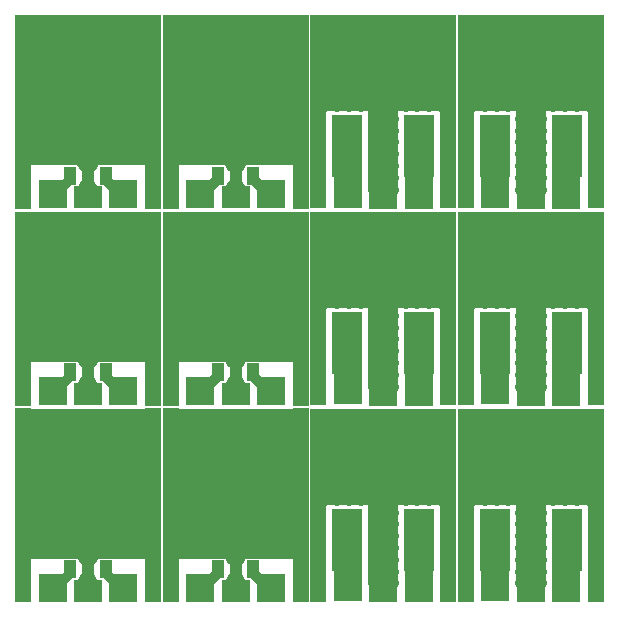
<source format=gts>
G04 #@! TF.FileFunction,Soldermask,Top*
%FSLAX46Y46*%
G04 Gerber Fmt 4.6, Leading zero omitted, Abs format (unit mm)*
G04 Created by KiCad (PCBNEW 4.0.1-stable) date 7/31/2016 2:21:32 PM*
%MOMM*%
G01*
G04 APERTURE LIST*
%ADD10C,0.100000*%
%ADD11C,0.900000*%
%ADD12R,1.400000X9.400000*%
%ADD13R,2.400000X3.200000*%
%ADD14R,2.560000X5.300000*%
%ADD15C,3.400000*%
%ADD16R,12.400000X8.200000*%
%ADD17R,2.660000X7.600000*%
%ADD18R,2.400000X2.000000*%
%ADD19R,11.000000X12.700000*%
%ADD20R,1.400000X16.400000*%
%ADD21R,1.100000X1.650000*%
%ADD22R,1.100000X1.900000*%
%ADD23R,2.300000X2.875000*%
%ADD24R,2.400000X2.400000*%
%ADD25R,2.400000X1.900000*%
G04 APERTURE END LIST*
D10*
D11*
X48650000Y-35334000D03*
X47650000Y-35334000D03*
X46650000Y-35334000D03*
X45650000Y-35334000D03*
X45650000Y-36334000D03*
X46650000Y-36334000D03*
X47650000Y-36334000D03*
X48650000Y-36334000D03*
X48650000Y-37334000D03*
X47650000Y-37334000D03*
X46650000Y-37334000D03*
X45650000Y-37334000D03*
X38850000Y-37334000D03*
X39850000Y-37334000D03*
X40850000Y-37334000D03*
X41850000Y-37334000D03*
X41850000Y-36334000D03*
X40850000Y-36334000D03*
X39850000Y-36334000D03*
X38850000Y-36334000D03*
X38850000Y-35334000D03*
X39850000Y-35334000D03*
X40850000Y-35334000D03*
X41850000Y-35334000D03*
X48650000Y-41334000D03*
X47650000Y-41334000D03*
X46650000Y-41334000D03*
X45650000Y-41334000D03*
X44650000Y-40334000D03*
X45650000Y-40334000D03*
X46650000Y-40334000D03*
X47650000Y-40334000D03*
X48650000Y-40334000D03*
X48650000Y-39334000D03*
X47650000Y-39334000D03*
X46650000Y-39334000D03*
X45650000Y-39334000D03*
X44650000Y-39334000D03*
X44650000Y-38334000D03*
X45650000Y-38334000D03*
X46650000Y-38334000D03*
X47650000Y-38334000D03*
X48650000Y-38334000D03*
X43750000Y-38834000D03*
X43750000Y-39834000D03*
X42850000Y-38334000D03*
X41850000Y-38334000D03*
X40850000Y-38334000D03*
X39850000Y-38334000D03*
X38850000Y-38334000D03*
X38850000Y-39334000D03*
X39850000Y-39334000D03*
X40850000Y-39334000D03*
X41850000Y-39334000D03*
X42850000Y-39334000D03*
X42850000Y-40334000D03*
X41850000Y-40334000D03*
X40850000Y-40334000D03*
X39850000Y-40334000D03*
X38850000Y-40334000D03*
X41850000Y-41334000D03*
X40850000Y-41334000D03*
X39850000Y-41334000D03*
X38850000Y-41334000D03*
X43750000Y-40834000D03*
X43750000Y-46834000D03*
X43750000Y-47834000D03*
X43750000Y-41834000D03*
X43750000Y-42834000D03*
X43750000Y-43834000D03*
X43750000Y-44834000D03*
X43750000Y-45834000D03*
X44650000Y-46334000D03*
X44650000Y-47334000D03*
X44650000Y-48334000D03*
X42850000Y-46334000D03*
X42850000Y-47334000D03*
X42850000Y-48334000D03*
X44650000Y-41334000D03*
X44650000Y-42334000D03*
X44650000Y-43334000D03*
X44650000Y-44334000D03*
X44650000Y-45334000D03*
X42850000Y-41334000D03*
X42850000Y-42334000D03*
X42850000Y-43334000D03*
X42850000Y-44334000D03*
X42850000Y-45334000D03*
D12*
X49250000Y-45234000D03*
X38250000Y-45234000D03*
D13*
X46750000Y-48334000D03*
D14*
X46800000Y-44634000D03*
D15*
X43750000Y-36734000D03*
D16*
X43750000Y-37634000D03*
D14*
X40700000Y-44634000D03*
D17*
X43750000Y-44634000D03*
D13*
X40750000Y-48234000D03*
D18*
X43750000Y-48934000D03*
D11*
X36150000Y-35334000D03*
X35150000Y-35334000D03*
X34150000Y-35334000D03*
X33150000Y-35334000D03*
X33150000Y-36334000D03*
X34150000Y-36334000D03*
X35150000Y-36334000D03*
X36150000Y-36334000D03*
X36150000Y-37334000D03*
X35150000Y-37334000D03*
X34150000Y-37334000D03*
X33150000Y-37334000D03*
X26350000Y-37334000D03*
X27350000Y-37334000D03*
X28350000Y-37334000D03*
X29350000Y-37334000D03*
X29350000Y-36334000D03*
X28350000Y-36334000D03*
X27350000Y-36334000D03*
X26350000Y-36334000D03*
X26350000Y-35334000D03*
X27350000Y-35334000D03*
X28350000Y-35334000D03*
X29350000Y-35334000D03*
X36150000Y-41334000D03*
X35150000Y-41334000D03*
X34150000Y-41334000D03*
X33150000Y-41334000D03*
X32150000Y-40334000D03*
X33150000Y-40334000D03*
X34150000Y-40334000D03*
X35150000Y-40334000D03*
X36150000Y-40334000D03*
X36150000Y-39334000D03*
X35150000Y-39334000D03*
X34150000Y-39334000D03*
X33150000Y-39334000D03*
X32150000Y-39334000D03*
X32150000Y-38334000D03*
X33150000Y-38334000D03*
X34150000Y-38334000D03*
X35150000Y-38334000D03*
X36150000Y-38334000D03*
X31250000Y-38834000D03*
X31250000Y-39834000D03*
X30350000Y-38334000D03*
X29350000Y-38334000D03*
X28350000Y-38334000D03*
X27350000Y-38334000D03*
X26350000Y-38334000D03*
X26350000Y-39334000D03*
X27350000Y-39334000D03*
X28350000Y-39334000D03*
X29350000Y-39334000D03*
X30350000Y-39334000D03*
X30350000Y-40334000D03*
X29350000Y-40334000D03*
X28350000Y-40334000D03*
X27350000Y-40334000D03*
X26350000Y-40334000D03*
X29350000Y-41334000D03*
X28350000Y-41334000D03*
X27350000Y-41334000D03*
X26350000Y-41334000D03*
X31250000Y-40834000D03*
X31250000Y-46834000D03*
X31250000Y-47834000D03*
X31250000Y-41834000D03*
X31250000Y-42834000D03*
X31250000Y-43834000D03*
X31250000Y-44834000D03*
X31250000Y-45834000D03*
X32150000Y-46334000D03*
X32150000Y-47334000D03*
X32150000Y-48334000D03*
X30350000Y-46334000D03*
X30350000Y-47334000D03*
X30350000Y-48334000D03*
X32150000Y-41334000D03*
X32150000Y-42334000D03*
X32150000Y-43334000D03*
X32150000Y-44334000D03*
X32150000Y-45334000D03*
X30350000Y-41334000D03*
X30350000Y-42334000D03*
X30350000Y-43334000D03*
X30350000Y-44334000D03*
X30350000Y-45334000D03*
D12*
X36750000Y-45234000D03*
X25750000Y-45234000D03*
D13*
X34250000Y-48334000D03*
D14*
X34300000Y-44634000D03*
D15*
X31250000Y-36734000D03*
D16*
X31250000Y-37634000D03*
D14*
X28200000Y-44634000D03*
D17*
X31250000Y-44634000D03*
D13*
X28250000Y-48234000D03*
D18*
X31250000Y-48934000D03*
D11*
X48650000Y-18667000D03*
X47650000Y-18667000D03*
X46650000Y-18667000D03*
X45650000Y-18667000D03*
X45650000Y-19667000D03*
X46650000Y-19667000D03*
X47650000Y-19667000D03*
X48650000Y-19667000D03*
X48650000Y-20667000D03*
X47650000Y-20667000D03*
X46650000Y-20667000D03*
X45650000Y-20667000D03*
X38850000Y-20667000D03*
X39850000Y-20667000D03*
X40850000Y-20667000D03*
X41850000Y-20667000D03*
X41850000Y-19667000D03*
X40850000Y-19667000D03*
X39850000Y-19667000D03*
X38850000Y-19667000D03*
X38850000Y-18667000D03*
X39850000Y-18667000D03*
X40850000Y-18667000D03*
X41850000Y-18667000D03*
X48650000Y-24667000D03*
X47650000Y-24667000D03*
X46650000Y-24667000D03*
X45650000Y-24667000D03*
X44650000Y-23667000D03*
X45650000Y-23667000D03*
X46650000Y-23667000D03*
X47650000Y-23667000D03*
X48650000Y-23667000D03*
X48650000Y-22667000D03*
X47650000Y-22667000D03*
X46650000Y-22667000D03*
X45650000Y-22667000D03*
X44650000Y-22667000D03*
X44650000Y-21667000D03*
X45650000Y-21667000D03*
X46650000Y-21667000D03*
X47650000Y-21667000D03*
X48650000Y-21667000D03*
X43750000Y-22167000D03*
X43750000Y-23167000D03*
X42850000Y-21667000D03*
X41850000Y-21667000D03*
X40850000Y-21667000D03*
X39850000Y-21667000D03*
X38850000Y-21667000D03*
X38850000Y-22667000D03*
X39850000Y-22667000D03*
X40850000Y-22667000D03*
X41850000Y-22667000D03*
X42850000Y-22667000D03*
X42850000Y-23667000D03*
X41850000Y-23667000D03*
X40850000Y-23667000D03*
X39850000Y-23667000D03*
X38850000Y-23667000D03*
X41850000Y-24667000D03*
X40850000Y-24667000D03*
X39850000Y-24667000D03*
X38850000Y-24667000D03*
X43750000Y-24167000D03*
X43750000Y-30167000D03*
X43750000Y-31167000D03*
X43750000Y-25167000D03*
X43750000Y-26167000D03*
X43750000Y-27167000D03*
X43750000Y-28167000D03*
X43750000Y-29167000D03*
X44650000Y-29667000D03*
X44650000Y-30667000D03*
X44650000Y-31667000D03*
X42850000Y-29667000D03*
X42850000Y-30667000D03*
X42850000Y-31667000D03*
X44650000Y-24667000D03*
X44650000Y-25667000D03*
X44650000Y-26667000D03*
X44650000Y-27667000D03*
X44650000Y-28667000D03*
X42850000Y-24667000D03*
X42850000Y-25667000D03*
X42850000Y-26667000D03*
X42850000Y-27667000D03*
X42850000Y-28667000D03*
D12*
X49250000Y-28567000D03*
X38250000Y-28567000D03*
D13*
X46750000Y-31667000D03*
D14*
X46800000Y-27967000D03*
D15*
X43750000Y-20067000D03*
D16*
X43750000Y-20967000D03*
D14*
X40700000Y-27967000D03*
D17*
X43750000Y-27967000D03*
D13*
X40750000Y-31567000D03*
D18*
X43750000Y-32267000D03*
D11*
X36150000Y-18667000D03*
X35150000Y-18667000D03*
X34150000Y-18667000D03*
X33150000Y-18667000D03*
X33150000Y-19667000D03*
X34150000Y-19667000D03*
X35150000Y-19667000D03*
X36150000Y-19667000D03*
X36150000Y-20667000D03*
X35150000Y-20667000D03*
X34150000Y-20667000D03*
X33150000Y-20667000D03*
X26350000Y-20667000D03*
X27350000Y-20667000D03*
X28350000Y-20667000D03*
X29350000Y-20667000D03*
X29350000Y-19667000D03*
X28350000Y-19667000D03*
X27350000Y-19667000D03*
X26350000Y-19667000D03*
X26350000Y-18667000D03*
X27350000Y-18667000D03*
X28350000Y-18667000D03*
X29350000Y-18667000D03*
X36150000Y-24667000D03*
X35150000Y-24667000D03*
X34150000Y-24667000D03*
X33150000Y-24667000D03*
X32150000Y-23667000D03*
X33150000Y-23667000D03*
X34150000Y-23667000D03*
X35150000Y-23667000D03*
X36150000Y-23667000D03*
X36150000Y-22667000D03*
X35150000Y-22667000D03*
X34150000Y-22667000D03*
X33150000Y-22667000D03*
X32150000Y-22667000D03*
X32150000Y-21667000D03*
X33150000Y-21667000D03*
X34150000Y-21667000D03*
X35150000Y-21667000D03*
X36150000Y-21667000D03*
X31250000Y-22167000D03*
X31250000Y-23167000D03*
X30350000Y-21667000D03*
X29350000Y-21667000D03*
X28350000Y-21667000D03*
X27350000Y-21667000D03*
X26350000Y-21667000D03*
X26350000Y-22667000D03*
X27350000Y-22667000D03*
X28350000Y-22667000D03*
X29350000Y-22667000D03*
X30350000Y-22667000D03*
X30350000Y-23667000D03*
X29350000Y-23667000D03*
X28350000Y-23667000D03*
X27350000Y-23667000D03*
X26350000Y-23667000D03*
X29350000Y-24667000D03*
X28350000Y-24667000D03*
X27350000Y-24667000D03*
X26350000Y-24667000D03*
X31250000Y-24167000D03*
X31250000Y-30167000D03*
X31250000Y-31167000D03*
X31250000Y-25167000D03*
X31250000Y-26167000D03*
X31250000Y-27167000D03*
X31250000Y-28167000D03*
X31250000Y-29167000D03*
X32150000Y-29667000D03*
X32150000Y-30667000D03*
X32150000Y-31667000D03*
X30350000Y-29667000D03*
X30350000Y-30667000D03*
X30350000Y-31667000D03*
X32150000Y-24667000D03*
X32150000Y-25667000D03*
X32150000Y-26667000D03*
X32150000Y-27667000D03*
X32150000Y-28667000D03*
X30350000Y-24667000D03*
X30350000Y-25667000D03*
X30350000Y-26667000D03*
X30350000Y-27667000D03*
X30350000Y-28667000D03*
D12*
X36750000Y-28567000D03*
X25750000Y-28567000D03*
D13*
X34250000Y-31667000D03*
D14*
X34300000Y-27967000D03*
D15*
X31250000Y-20067000D03*
D16*
X31250000Y-20967000D03*
D14*
X28200000Y-27967000D03*
D17*
X31250000Y-27967000D03*
D13*
X28250000Y-31567000D03*
D18*
X31250000Y-32267000D03*
D11*
X48650000Y-2000000D03*
X47650000Y-2000000D03*
X46650000Y-2000000D03*
X45650000Y-2000000D03*
X45650000Y-3000000D03*
X46650000Y-3000000D03*
X47650000Y-3000000D03*
X48650000Y-3000000D03*
X48650000Y-4000000D03*
X47650000Y-4000000D03*
X46650000Y-4000000D03*
X45650000Y-4000000D03*
X38850000Y-4000000D03*
X39850000Y-4000000D03*
X40850000Y-4000000D03*
X41850000Y-4000000D03*
X41850000Y-3000000D03*
X40850000Y-3000000D03*
X39850000Y-3000000D03*
X38850000Y-3000000D03*
X38850000Y-2000000D03*
X39850000Y-2000000D03*
X40850000Y-2000000D03*
X41850000Y-2000000D03*
X48650000Y-8000000D03*
X47650000Y-8000000D03*
X46650000Y-8000000D03*
X45650000Y-8000000D03*
X44650000Y-7000000D03*
X45650000Y-7000000D03*
X46650000Y-7000000D03*
X47650000Y-7000000D03*
X48650000Y-7000000D03*
X48650000Y-6000000D03*
X47650000Y-6000000D03*
X46650000Y-6000000D03*
X45650000Y-6000000D03*
X44650000Y-6000000D03*
X44650000Y-5000000D03*
X45650000Y-5000000D03*
X46650000Y-5000000D03*
X47650000Y-5000000D03*
X48650000Y-5000000D03*
X43750000Y-5500000D03*
X43750000Y-6500000D03*
X42850000Y-5000000D03*
X41850000Y-5000000D03*
X40850000Y-5000000D03*
X39850000Y-5000000D03*
X38850000Y-5000000D03*
X38850000Y-6000000D03*
X39850000Y-6000000D03*
X40850000Y-6000000D03*
X41850000Y-6000000D03*
X42850000Y-6000000D03*
X42850000Y-7000000D03*
X41850000Y-7000000D03*
X40850000Y-7000000D03*
X39850000Y-7000000D03*
X38850000Y-7000000D03*
X41850000Y-8000000D03*
X40850000Y-8000000D03*
X39850000Y-8000000D03*
X38850000Y-8000000D03*
X43750000Y-7500000D03*
X43750000Y-13500000D03*
X43750000Y-14500000D03*
X43750000Y-8500000D03*
X43750000Y-9500000D03*
X43750000Y-10500000D03*
X43750000Y-11500000D03*
X43750000Y-12500000D03*
X44650000Y-13000000D03*
X44650000Y-14000000D03*
X44650000Y-15000000D03*
X42850000Y-13000000D03*
X42850000Y-14000000D03*
X42850000Y-15000000D03*
X44650000Y-8000000D03*
X44650000Y-9000000D03*
X44650000Y-10000000D03*
X44650000Y-11000000D03*
X44650000Y-12000000D03*
X42850000Y-8000000D03*
X42850000Y-9000000D03*
X42850000Y-10000000D03*
X42850000Y-11000000D03*
X42850000Y-12000000D03*
D12*
X49250000Y-11900000D03*
X38250000Y-11900000D03*
D13*
X46750000Y-15000000D03*
D14*
X46800000Y-11300000D03*
D15*
X43750000Y-3400000D03*
D16*
X43750000Y-4300000D03*
D14*
X40700000Y-11300000D03*
D17*
X43750000Y-11300000D03*
D13*
X40750000Y-14900000D03*
D18*
X43750000Y-15600000D03*
D11*
X36150000Y-2000000D03*
X35150000Y-2000000D03*
X34150000Y-2000000D03*
X33150000Y-2000000D03*
X33150000Y-3000000D03*
X34150000Y-3000000D03*
X35150000Y-3000000D03*
X36150000Y-3000000D03*
X36150000Y-4000000D03*
X35150000Y-4000000D03*
X34150000Y-4000000D03*
X33150000Y-4000000D03*
X26350000Y-4000000D03*
X27350000Y-4000000D03*
X28350000Y-4000000D03*
X29350000Y-4000000D03*
X29350000Y-3000000D03*
X28350000Y-3000000D03*
X27350000Y-3000000D03*
X26350000Y-3000000D03*
X26350000Y-2000000D03*
X27350000Y-2000000D03*
X28350000Y-2000000D03*
X29350000Y-2000000D03*
X36150000Y-8000000D03*
X35150000Y-8000000D03*
X34150000Y-8000000D03*
X33150000Y-8000000D03*
X32150000Y-7000000D03*
X33150000Y-7000000D03*
X34150000Y-7000000D03*
X35150000Y-7000000D03*
X36150000Y-7000000D03*
X36150000Y-6000000D03*
X35150000Y-6000000D03*
X34150000Y-6000000D03*
X33150000Y-6000000D03*
X32150000Y-6000000D03*
X32150000Y-5000000D03*
X33150000Y-5000000D03*
X34150000Y-5000000D03*
X35150000Y-5000000D03*
X36150000Y-5000000D03*
X31250000Y-5500000D03*
X31250000Y-6500000D03*
X30350000Y-5000000D03*
X29350000Y-5000000D03*
X28350000Y-5000000D03*
X27350000Y-5000000D03*
X26350000Y-5000000D03*
X26350000Y-6000000D03*
X27350000Y-6000000D03*
X28350000Y-6000000D03*
X29350000Y-6000000D03*
X30350000Y-6000000D03*
X30350000Y-7000000D03*
X29350000Y-7000000D03*
X28350000Y-7000000D03*
X27350000Y-7000000D03*
X26350000Y-7000000D03*
X29350000Y-8000000D03*
X28350000Y-8000000D03*
X27350000Y-8000000D03*
X26350000Y-8000000D03*
X31250000Y-7500000D03*
X31250000Y-13500000D03*
X31250000Y-14500000D03*
X31250000Y-8500000D03*
X31250000Y-9500000D03*
X31250000Y-10500000D03*
X31250000Y-11500000D03*
X31250000Y-12500000D03*
X32150000Y-13000000D03*
X32150000Y-14000000D03*
X32150000Y-15000000D03*
X30350000Y-13000000D03*
X30350000Y-14000000D03*
X30350000Y-15000000D03*
X32150000Y-8000000D03*
X32150000Y-9000000D03*
X32150000Y-10000000D03*
X32150000Y-11000000D03*
X32150000Y-12000000D03*
X30350000Y-8000000D03*
X30350000Y-9000000D03*
X30350000Y-10000000D03*
X30350000Y-11000000D03*
X30350000Y-12000000D03*
D12*
X36750000Y-11900000D03*
X25750000Y-11900000D03*
D13*
X34250000Y-15000000D03*
D14*
X34300000Y-11300000D03*
D15*
X31250000Y-3400000D03*
D16*
X31250000Y-4300000D03*
D14*
X28200000Y-11300000D03*
D17*
X31250000Y-11300000D03*
D13*
X28250000Y-14900000D03*
D18*
X31250000Y-15600000D03*
D19*
X6250000Y-6550000D03*
D11*
X10950000Y-2500000D03*
X9950000Y-2500000D03*
X8950000Y-2500000D03*
X7950000Y-2500000D03*
X7950000Y-3500000D03*
X8950000Y-3500000D03*
X9950000Y-3500000D03*
X10950000Y-3500000D03*
X10950000Y-4500000D03*
X9950000Y-4500000D03*
X8950000Y-4500000D03*
X7950000Y-4500000D03*
X1550000Y-4500000D03*
X2550000Y-4500000D03*
X3550000Y-4500000D03*
X4550000Y-4500000D03*
X4550000Y-3500000D03*
X3550000Y-3500000D03*
X2550000Y-3500000D03*
X1550000Y-3500000D03*
X1550000Y-2500000D03*
X2550000Y-2500000D03*
X3550000Y-2500000D03*
X4550000Y-2500000D03*
X6250000Y-9000000D03*
X6950000Y-6500000D03*
X6950000Y-7500000D03*
X6950000Y-8500000D03*
X5550000Y-8500000D03*
X5550000Y-7500000D03*
X5550000Y-6500000D03*
D20*
X11750000Y-8400000D03*
D11*
X6250000Y-13000000D03*
X6250000Y-10000000D03*
X6250000Y-12000000D03*
X6250000Y-11000000D03*
X4550000Y-12500000D03*
X3550000Y-12500000D03*
X2550000Y-12500000D03*
X1550000Y-12500000D03*
X6950000Y-12500000D03*
X5550000Y-12500000D03*
X6950000Y-11500000D03*
X6950000Y-9500000D03*
X5550000Y-9500000D03*
X5550000Y-5500000D03*
X6950000Y-5500000D03*
X10950000Y-12500000D03*
X9950000Y-12500000D03*
X8950000Y-12500000D03*
X7950000Y-12500000D03*
X7950000Y-11500000D03*
X8950000Y-11500000D03*
X9950000Y-11500000D03*
X10950000Y-11500000D03*
X10950000Y-10500000D03*
X9950000Y-10500000D03*
X8950000Y-10500000D03*
X7950000Y-10500000D03*
X7950000Y-9500000D03*
X8950000Y-9500000D03*
X9950000Y-9500000D03*
X10950000Y-9500000D03*
X10950000Y-8500000D03*
X9950000Y-8500000D03*
X8950000Y-8500000D03*
X7950000Y-8500000D03*
X7950000Y-7500000D03*
X8950000Y-7500000D03*
X9950000Y-7500000D03*
X10950000Y-7500000D03*
X10950000Y-6500000D03*
X9950000Y-6500000D03*
X8950000Y-6500000D03*
X7950000Y-6500000D03*
X7950000Y-5500000D03*
X8950000Y-5500000D03*
X9950000Y-5500000D03*
X10950000Y-5500000D03*
X4550000Y-5500000D03*
X3550000Y-5500000D03*
X2550000Y-5500000D03*
X1550000Y-5500000D03*
X1550000Y-6500000D03*
X2550000Y-6500000D03*
X3550000Y-6500000D03*
X4550000Y-6500000D03*
X4550000Y-7500000D03*
X3550000Y-7500000D03*
X2550000Y-7500000D03*
X1550000Y-7500000D03*
X1550000Y-8500000D03*
X2550000Y-8500000D03*
X3550000Y-8500000D03*
X4550000Y-8500000D03*
X4550000Y-9500000D03*
X3550000Y-9500000D03*
X2550000Y-9500000D03*
X1550000Y-9500000D03*
X1550000Y-10500000D03*
X2550000Y-10500000D03*
X3550000Y-10500000D03*
X4550000Y-10500000D03*
X4550000Y-11500000D03*
X3550000Y-11500000D03*
X2550000Y-11500000D03*
X1550000Y-11500000D03*
X6950000Y-10500000D03*
X5550000Y-11500000D03*
D21*
X4750000Y-13800000D03*
D22*
X6250000Y-13800000D03*
D21*
X7750000Y-13800000D03*
D10*
G36*
X7400000Y-12450000D02*
X6875000Y-13375000D01*
X5625000Y-13375000D01*
X5100000Y-12450000D01*
X7400000Y-12450000D01*
X7400000Y-12450000D01*
G37*
D23*
X6250000Y-11412500D03*
D11*
X5550000Y-10500000D03*
D24*
X3250000Y-15400000D03*
D10*
G36*
X5200000Y-15130000D02*
X5700000Y-14230000D01*
X6800000Y-14230000D01*
X7300000Y-15130000D01*
X5200000Y-15130000D01*
X5200000Y-15130000D01*
G37*
D25*
X6250000Y-15650000D03*
D24*
X9250000Y-15400000D03*
D10*
G36*
X4173223Y-15313173D02*
X3536827Y-14676777D01*
X4526777Y-13686827D01*
X5163173Y-14323223D01*
X4173223Y-15313173D01*
X4173223Y-15313173D01*
G37*
G36*
X8326777Y-15313173D02*
X7336827Y-14323223D01*
X7973223Y-13686827D01*
X8963173Y-14676777D01*
X8326777Y-15313173D01*
X8326777Y-15313173D01*
G37*
D15*
X6250000Y-3400000D03*
D20*
X750000Y-8400000D03*
D19*
X18750000Y-6550000D03*
D11*
X23450000Y-2500000D03*
X22450000Y-2500000D03*
X21450000Y-2500000D03*
X20450000Y-2500000D03*
X20450000Y-3500000D03*
X21450000Y-3500000D03*
X22450000Y-3500000D03*
X23450000Y-3500000D03*
X23450000Y-4500000D03*
X22450000Y-4500000D03*
X21450000Y-4500000D03*
X20450000Y-4500000D03*
X14050000Y-4500000D03*
X15050000Y-4500000D03*
X16050000Y-4500000D03*
X17050000Y-4500000D03*
X17050000Y-3500000D03*
X16050000Y-3500000D03*
X15050000Y-3500000D03*
X14050000Y-3500000D03*
X14050000Y-2500000D03*
X15050000Y-2500000D03*
X16050000Y-2500000D03*
X17050000Y-2500000D03*
X18750000Y-9000000D03*
X19450000Y-6500000D03*
X19450000Y-7500000D03*
X19450000Y-8500000D03*
X18050000Y-8500000D03*
X18050000Y-7500000D03*
X18050000Y-6500000D03*
D20*
X24250000Y-8400000D03*
D11*
X18750000Y-13000000D03*
X18750000Y-10000000D03*
X18750000Y-12000000D03*
X18750000Y-11000000D03*
X17050000Y-12500000D03*
X16050000Y-12500000D03*
X15050000Y-12500000D03*
X14050000Y-12500000D03*
X19450000Y-12500000D03*
X18050000Y-12500000D03*
X19450000Y-11500000D03*
X19450000Y-9500000D03*
X18050000Y-9500000D03*
X18050000Y-5500000D03*
X19450000Y-5500000D03*
X23450000Y-12500000D03*
X22450000Y-12500000D03*
X21450000Y-12500000D03*
X20450000Y-12500000D03*
X20450000Y-11500000D03*
X21450000Y-11500000D03*
X22450000Y-11500000D03*
X23450000Y-11500000D03*
X23450000Y-10500000D03*
X22450000Y-10500000D03*
X21450000Y-10500000D03*
X20450000Y-10500000D03*
X20450000Y-9500000D03*
X21450000Y-9500000D03*
X22450000Y-9500000D03*
X23450000Y-9500000D03*
X23450000Y-8500000D03*
X22450000Y-8500000D03*
X21450000Y-8500000D03*
X20450000Y-8500000D03*
X20450000Y-7500000D03*
X21450000Y-7500000D03*
X22450000Y-7500000D03*
X23450000Y-7500000D03*
X23450000Y-6500000D03*
X22450000Y-6500000D03*
X21450000Y-6500000D03*
X20450000Y-6500000D03*
X20450000Y-5500000D03*
X21450000Y-5500000D03*
X22450000Y-5500000D03*
X23450000Y-5500000D03*
X17050000Y-5500000D03*
X16050000Y-5500000D03*
X15050000Y-5500000D03*
X14050000Y-5500000D03*
X14050000Y-6500000D03*
X15050000Y-6500000D03*
X16050000Y-6500000D03*
X17050000Y-6500000D03*
X17050000Y-7500000D03*
X16050000Y-7500000D03*
X15050000Y-7500000D03*
X14050000Y-7500000D03*
X14050000Y-8500000D03*
X15050000Y-8500000D03*
X16050000Y-8500000D03*
X17050000Y-8500000D03*
X17050000Y-9500000D03*
X16050000Y-9500000D03*
X15050000Y-9500000D03*
X14050000Y-9500000D03*
X14050000Y-10500000D03*
X15050000Y-10500000D03*
X16050000Y-10500000D03*
X17050000Y-10500000D03*
X17050000Y-11500000D03*
X16050000Y-11500000D03*
X15050000Y-11500000D03*
X14050000Y-11500000D03*
X19450000Y-10500000D03*
X18050000Y-11500000D03*
D21*
X17250000Y-13800000D03*
D22*
X18750000Y-13800000D03*
D21*
X20250000Y-13800000D03*
D10*
G36*
X19900000Y-12450000D02*
X19375000Y-13375000D01*
X18125000Y-13375000D01*
X17600000Y-12450000D01*
X19900000Y-12450000D01*
X19900000Y-12450000D01*
G37*
D23*
X18750000Y-11412500D03*
D11*
X18050000Y-10500000D03*
D24*
X15750000Y-15400000D03*
D10*
G36*
X17700000Y-15130000D02*
X18200000Y-14230000D01*
X19300000Y-14230000D01*
X19800000Y-15130000D01*
X17700000Y-15130000D01*
X17700000Y-15130000D01*
G37*
D25*
X18750000Y-15650000D03*
D24*
X21750000Y-15400000D03*
D10*
G36*
X16673223Y-15313173D02*
X16036827Y-14676777D01*
X17026777Y-13686827D01*
X17663173Y-14323223D01*
X16673223Y-15313173D01*
X16673223Y-15313173D01*
G37*
G36*
X20826777Y-15313173D02*
X19836827Y-14323223D01*
X20473223Y-13686827D01*
X21463173Y-14676777D01*
X20826777Y-15313173D01*
X20826777Y-15313173D01*
G37*
D15*
X18750000Y-3400000D03*
D20*
X13250000Y-8400000D03*
D19*
X6250000Y-23217000D03*
D11*
X10950000Y-19167000D03*
X9950000Y-19167000D03*
X8950000Y-19167000D03*
X7950000Y-19167000D03*
X7950000Y-20167000D03*
X8950000Y-20167000D03*
X9950000Y-20167000D03*
X10950000Y-20167000D03*
X10950000Y-21167000D03*
X9950000Y-21167000D03*
X8950000Y-21167000D03*
X7950000Y-21167000D03*
X1550000Y-21167000D03*
X2550000Y-21167000D03*
X3550000Y-21167000D03*
X4550000Y-21167000D03*
X4550000Y-20167000D03*
X3550000Y-20167000D03*
X2550000Y-20167000D03*
X1550000Y-20167000D03*
X1550000Y-19167000D03*
X2550000Y-19167000D03*
X3550000Y-19167000D03*
X4550000Y-19167000D03*
X6250000Y-25667000D03*
X6950000Y-23167000D03*
X6950000Y-24167000D03*
X6950000Y-25167000D03*
X5550000Y-25167000D03*
X5550000Y-24167000D03*
X5550000Y-23167000D03*
D20*
X11750000Y-25067000D03*
D11*
X6250000Y-29667000D03*
X6250000Y-26667000D03*
X6250000Y-28667000D03*
X6250000Y-27667000D03*
X4550000Y-29167000D03*
X3550000Y-29167000D03*
X2550000Y-29167000D03*
X1550000Y-29167000D03*
X6950000Y-29167000D03*
X5550000Y-29167000D03*
X6950000Y-28167000D03*
X6950000Y-26167000D03*
X5550000Y-26167000D03*
X5550000Y-22167000D03*
X6950000Y-22167000D03*
X10950000Y-29167000D03*
X9950000Y-29167000D03*
X8950000Y-29167000D03*
X7950000Y-29167000D03*
X7950000Y-28167000D03*
X8950000Y-28167000D03*
X9950000Y-28167000D03*
X10950000Y-28167000D03*
X10950000Y-27167000D03*
X9950000Y-27167000D03*
X8950000Y-27167000D03*
X7950000Y-27167000D03*
X7950000Y-26167000D03*
X8950000Y-26167000D03*
X9950000Y-26167000D03*
X10950000Y-26167000D03*
X10950000Y-25167000D03*
X9950000Y-25167000D03*
X8950000Y-25167000D03*
X7950000Y-25167000D03*
X7950000Y-24167000D03*
X8950000Y-24167000D03*
X9950000Y-24167000D03*
X10950000Y-24167000D03*
X10950000Y-23167000D03*
X9950000Y-23167000D03*
X8950000Y-23167000D03*
X7950000Y-23167000D03*
X7950000Y-22167000D03*
X8950000Y-22167000D03*
X9950000Y-22167000D03*
X10950000Y-22167000D03*
X4550000Y-22167000D03*
X3550000Y-22167000D03*
X2550000Y-22167000D03*
X1550000Y-22167000D03*
X1550000Y-23167000D03*
X2550000Y-23167000D03*
X3550000Y-23167000D03*
X4550000Y-23167000D03*
X4550000Y-24167000D03*
X3550000Y-24167000D03*
X2550000Y-24167000D03*
X1550000Y-24167000D03*
X1550000Y-25167000D03*
X2550000Y-25167000D03*
X3550000Y-25167000D03*
X4550000Y-25167000D03*
X4550000Y-26167000D03*
X3550000Y-26167000D03*
X2550000Y-26167000D03*
X1550000Y-26167000D03*
X1550000Y-27167000D03*
X2550000Y-27167000D03*
X3550000Y-27167000D03*
X4550000Y-27167000D03*
X4550000Y-28167000D03*
X3550000Y-28167000D03*
X2550000Y-28167000D03*
X1550000Y-28167000D03*
X6950000Y-27167000D03*
X5550000Y-28167000D03*
D21*
X4750000Y-30467000D03*
D22*
X6250000Y-30467000D03*
D21*
X7750000Y-30467000D03*
D10*
G36*
X7400000Y-29117000D02*
X6875000Y-30042000D01*
X5625000Y-30042000D01*
X5100000Y-29117000D01*
X7400000Y-29117000D01*
X7400000Y-29117000D01*
G37*
D23*
X6250000Y-28079500D03*
D11*
X5550000Y-27167000D03*
D24*
X3250000Y-32067000D03*
D10*
G36*
X5200000Y-31797000D02*
X5700000Y-30897000D01*
X6800000Y-30897000D01*
X7300000Y-31797000D01*
X5200000Y-31797000D01*
X5200000Y-31797000D01*
G37*
D25*
X6250000Y-32317000D03*
D24*
X9250000Y-32067000D03*
D10*
G36*
X4173223Y-31980173D02*
X3536827Y-31343777D01*
X4526777Y-30353827D01*
X5163173Y-30990223D01*
X4173223Y-31980173D01*
X4173223Y-31980173D01*
G37*
G36*
X8326777Y-31980173D02*
X7336827Y-30990223D01*
X7973223Y-30353827D01*
X8963173Y-31343777D01*
X8326777Y-31980173D01*
X8326777Y-31980173D01*
G37*
D15*
X6250000Y-20067000D03*
D20*
X750000Y-25067000D03*
D19*
X18750000Y-23217000D03*
D11*
X23450000Y-19167000D03*
X22450000Y-19167000D03*
X21450000Y-19167000D03*
X20450000Y-19167000D03*
X20450000Y-20167000D03*
X21450000Y-20167000D03*
X22450000Y-20167000D03*
X23450000Y-20167000D03*
X23450000Y-21167000D03*
X22450000Y-21167000D03*
X21450000Y-21167000D03*
X20450000Y-21167000D03*
X14050000Y-21167000D03*
X15050000Y-21167000D03*
X16050000Y-21167000D03*
X17050000Y-21167000D03*
X17050000Y-20167000D03*
X16050000Y-20167000D03*
X15050000Y-20167000D03*
X14050000Y-20167000D03*
X14050000Y-19167000D03*
X15050000Y-19167000D03*
X16050000Y-19167000D03*
X17050000Y-19167000D03*
X18750000Y-25667000D03*
X19450000Y-23167000D03*
X19450000Y-24167000D03*
X19450000Y-25167000D03*
X18050000Y-25167000D03*
X18050000Y-24167000D03*
X18050000Y-23167000D03*
D20*
X24250000Y-25067000D03*
D11*
X18750000Y-29667000D03*
X18750000Y-26667000D03*
X18750000Y-28667000D03*
X18750000Y-27667000D03*
X17050000Y-29167000D03*
X16050000Y-29167000D03*
X15050000Y-29167000D03*
X14050000Y-29167000D03*
X19450000Y-29167000D03*
X18050000Y-29167000D03*
X19450000Y-28167000D03*
X19450000Y-26167000D03*
X18050000Y-26167000D03*
X18050000Y-22167000D03*
X19450000Y-22167000D03*
X23450000Y-29167000D03*
X22450000Y-29167000D03*
X21450000Y-29167000D03*
X20450000Y-29167000D03*
X20450000Y-28167000D03*
X21450000Y-28167000D03*
X22450000Y-28167000D03*
X23450000Y-28167000D03*
X23450000Y-27167000D03*
X22450000Y-27167000D03*
X21450000Y-27167000D03*
X20450000Y-27167000D03*
X20450000Y-26167000D03*
X21450000Y-26167000D03*
X22450000Y-26167000D03*
X23450000Y-26167000D03*
X23450000Y-25167000D03*
X22450000Y-25167000D03*
X21450000Y-25167000D03*
X20450000Y-25167000D03*
X20450000Y-24167000D03*
X21450000Y-24167000D03*
X22450000Y-24167000D03*
X23450000Y-24167000D03*
X23450000Y-23167000D03*
X22450000Y-23167000D03*
X21450000Y-23167000D03*
X20450000Y-23167000D03*
X20450000Y-22167000D03*
X21450000Y-22167000D03*
X22450000Y-22167000D03*
X23450000Y-22167000D03*
X17050000Y-22167000D03*
X16050000Y-22167000D03*
X15050000Y-22167000D03*
X14050000Y-22167000D03*
X14050000Y-23167000D03*
X15050000Y-23167000D03*
X16050000Y-23167000D03*
X17050000Y-23167000D03*
X17050000Y-24167000D03*
X16050000Y-24167000D03*
X15050000Y-24167000D03*
X14050000Y-24167000D03*
X14050000Y-25167000D03*
X15050000Y-25167000D03*
X16050000Y-25167000D03*
X17050000Y-25167000D03*
X17050000Y-26167000D03*
X16050000Y-26167000D03*
X15050000Y-26167000D03*
X14050000Y-26167000D03*
X14050000Y-27167000D03*
X15050000Y-27167000D03*
X16050000Y-27167000D03*
X17050000Y-27167000D03*
X17050000Y-28167000D03*
X16050000Y-28167000D03*
X15050000Y-28167000D03*
X14050000Y-28167000D03*
X19450000Y-27167000D03*
X18050000Y-28167000D03*
D21*
X17250000Y-30467000D03*
D22*
X18750000Y-30467000D03*
D21*
X20250000Y-30467000D03*
D10*
G36*
X19900000Y-29117000D02*
X19375000Y-30042000D01*
X18125000Y-30042000D01*
X17600000Y-29117000D01*
X19900000Y-29117000D01*
X19900000Y-29117000D01*
G37*
D23*
X18750000Y-28079500D03*
D11*
X18050000Y-27167000D03*
D24*
X15750000Y-32067000D03*
D10*
G36*
X17700000Y-31797000D02*
X18200000Y-30897000D01*
X19300000Y-30897000D01*
X19800000Y-31797000D01*
X17700000Y-31797000D01*
X17700000Y-31797000D01*
G37*
D25*
X18750000Y-32317000D03*
D24*
X21750000Y-32067000D03*
D10*
G36*
X16673223Y-31980173D02*
X16036827Y-31343777D01*
X17026777Y-30353827D01*
X17663173Y-30990223D01*
X16673223Y-31980173D01*
X16673223Y-31980173D01*
G37*
G36*
X20826777Y-31980173D02*
X19836827Y-30990223D01*
X20473223Y-30353827D01*
X21463173Y-31343777D01*
X20826777Y-31980173D01*
X20826777Y-31980173D01*
G37*
D15*
X18750000Y-20067000D03*
D20*
X13250000Y-25067000D03*
D19*
X6250000Y-39884000D03*
D11*
X10950000Y-35834000D03*
X9950000Y-35834000D03*
X8950000Y-35834000D03*
X7950000Y-35834000D03*
X7950000Y-36834000D03*
X8950000Y-36834000D03*
X9950000Y-36834000D03*
X10950000Y-36834000D03*
X10950000Y-37834000D03*
X9950000Y-37834000D03*
X8950000Y-37834000D03*
X7950000Y-37834000D03*
X1550000Y-37834000D03*
X2550000Y-37834000D03*
X3550000Y-37834000D03*
X4550000Y-37834000D03*
X4550000Y-36834000D03*
X3550000Y-36834000D03*
X2550000Y-36834000D03*
X1550000Y-36834000D03*
X1550000Y-35834000D03*
X2550000Y-35834000D03*
X3550000Y-35834000D03*
X4550000Y-35834000D03*
X6250000Y-42334000D03*
X6950000Y-39834000D03*
X6950000Y-40834000D03*
X6950000Y-41834000D03*
X5550000Y-41834000D03*
X5550000Y-40834000D03*
X5550000Y-39834000D03*
D20*
X11750000Y-41734000D03*
D11*
X6250000Y-46334000D03*
X6250000Y-43334000D03*
X6250000Y-45334000D03*
X6250000Y-44334000D03*
X4550000Y-45834000D03*
X3550000Y-45834000D03*
X2550000Y-45834000D03*
X1550000Y-45834000D03*
X6950000Y-45834000D03*
X5550000Y-45834000D03*
X6950000Y-44834000D03*
X6950000Y-42834000D03*
X5550000Y-42834000D03*
X5550000Y-38834000D03*
X6950000Y-38834000D03*
X10950000Y-45834000D03*
X9950000Y-45834000D03*
X8950000Y-45834000D03*
X7950000Y-45834000D03*
X7950000Y-44834000D03*
X8950000Y-44834000D03*
X9950000Y-44834000D03*
X10950000Y-44834000D03*
X10950000Y-43834000D03*
X9950000Y-43834000D03*
X8950000Y-43834000D03*
X7950000Y-43834000D03*
X7950000Y-42834000D03*
X8950000Y-42834000D03*
X9950000Y-42834000D03*
X10950000Y-42834000D03*
X10950000Y-41834000D03*
X9950000Y-41834000D03*
X8950000Y-41834000D03*
X7950000Y-41834000D03*
X7950000Y-40834000D03*
X8950000Y-40834000D03*
X9950000Y-40834000D03*
X10950000Y-40834000D03*
X10950000Y-39834000D03*
X9950000Y-39834000D03*
X8950000Y-39834000D03*
X7950000Y-39834000D03*
X7950000Y-38834000D03*
X8950000Y-38834000D03*
X9950000Y-38834000D03*
X10950000Y-38834000D03*
X4550000Y-38834000D03*
X3550000Y-38834000D03*
X2550000Y-38834000D03*
X1550000Y-38834000D03*
X1550000Y-39834000D03*
X2550000Y-39834000D03*
X3550000Y-39834000D03*
X4550000Y-39834000D03*
X4550000Y-40834000D03*
X3550000Y-40834000D03*
X2550000Y-40834000D03*
X1550000Y-40834000D03*
X1550000Y-41834000D03*
X2550000Y-41834000D03*
X3550000Y-41834000D03*
X4550000Y-41834000D03*
X4550000Y-42834000D03*
X3550000Y-42834000D03*
X2550000Y-42834000D03*
X1550000Y-42834000D03*
X1550000Y-43834000D03*
X2550000Y-43834000D03*
X3550000Y-43834000D03*
X4550000Y-43834000D03*
X4550000Y-44834000D03*
X3550000Y-44834000D03*
X2550000Y-44834000D03*
X1550000Y-44834000D03*
X6950000Y-43834000D03*
X5550000Y-44834000D03*
D21*
X4750000Y-47134000D03*
D22*
X6250000Y-47134000D03*
D21*
X7750000Y-47134000D03*
D10*
G36*
X7400000Y-45784000D02*
X6875000Y-46709000D01*
X5625000Y-46709000D01*
X5100000Y-45784000D01*
X7400000Y-45784000D01*
X7400000Y-45784000D01*
G37*
D23*
X6250000Y-44746500D03*
D11*
X5550000Y-43834000D03*
D24*
X3250000Y-48734000D03*
D10*
G36*
X5200000Y-48464000D02*
X5700000Y-47564000D01*
X6800000Y-47564000D01*
X7300000Y-48464000D01*
X5200000Y-48464000D01*
X5200000Y-48464000D01*
G37*
D25*
X6250000Y-48984000D03*
D24*
X9250000Y-48734000D03*
D10*
G36*
X4173223Y-48647173D02*
X3536827Y-48010777D01*
X4526777Y-47020827D01*
X5163173Y-47657223D01*
X4173223Y-48647173D01*
X4173223Y-48647173D01*
G37*
G36*
X8326777Y-48647173D02*
X7336827Y-47657223D01*
X7973223Y-47020827D01*
X8963173Y-48010777D01*
X8326777Y-48647173D01*
X8326777Y-48647173D01*
G37*
D15*
X6250000Y-36734000D03*
D20*
X750000Y-41734000D03*
D19*
X18750000Y-39884000D03*
D11*
X23450000Y-35834000D03*
X22450000Y-35834000D03*
X21450000Y-35834000D03*
X20450000Y-35834000D03*
X20450000Y-36834000D03*
X21450000Y-36834000D03*
X22450000Y-36834000D03*
X23450000Y-36834000D03*
X23450000Y-37834000D03*
X22450000Y-37834000D03*
X21450000Y-37834000D03*
X20450000Y-37834000D03*
X14050000Y-37834000D03*
X15050000Y-37834000D03*
X16050000Y-37834000D03*
X17050000Y-37834000D03*
X17050000Y-36834000D03*
X16050000Y-36834000D03*
X15050000Y-36834000D03*
X14050000Y-36834000D03*
X14050000Y-35834000D03*
X15050000Y-35834000D03*
X16050000Y-35834000D03*
X17050000Y-35834000D03*
X18750000Y-42334000D03*
X19450000Y-39834000D03*
X19450000Y-40834000D03*
X19450000Y-41834000D03*
X18050000Y-41834000D03*
X18050000Y-40834000D03*
X18050000Y-39834000D03*
D20*
X24250000Y-41734000D03*
D11*
X18750000Y-46334000D03*
X18750000Y-43334000D03*
X18750000Y-45334000D03*
X18750000Y-44334000D03*
X17050000Y-45834000D03*
X16050000Y-45834000D03*
X15050000Y-45834000D03*
X14050000Y-45834000D03*
X19450000Y-45834000D03*
X18050000Y-45834000D03*
X19450000Y-44834000D03*
X19450000Y-42834000D03*
X18050000Y-42834000D03*
X18050000Y-38834000D03*
X19450000Y-38834000D03*
X23450000Y-45834000D03*
X22450000Y-45834000D03*
X21450000Y-45834000D03*
X20450000Y-45834000D03*
X20450000Y-44834000D03*
X21450000Y-44834000D03*
X22450000Y-44834000D03*
X23450000Y-44834000D03*
X23450000Y-43834000D03*
X22450000Y-43834000D03*
X21450000Y-43834000D03*
X20450000Y-43834000D03*
X20450000Y-42834000D03*
X21450000Y-42834000D03*
X22450000Y-42834000D03*
X23450000Y-42834000D03*
X23450000Y-41834000D03*
X22450000Y-41834000D03*
X21450000Y-41834000D03*
X20450000Y-41834000D03*
X20450000Y-40834000D03*
X21450000Y-40834000D03*
X22450000Y-40834000D03*
X23450000Y-40834000D03*
X23450000Y-39834000D03*
X22450000Y-39834000D03*
X21450000Y-39834000D03*
X20450000Y-39834000D03*
X20450000Y-38834000D03*
X21450000Y-38834000D03*
X22450000Y-38834000D03*
X23450000Y-38834000D03*
X17050000Y-38834000D03*
X16050000Y-38834000D03*
X15050000Y-38834000D03*
X14050000Y-38834000D03*
X14050000Y-39834000D03*
X15050000Y-39834000D03*
X16050000Y-39834000D03*
X17050000Y-39834000D03*
X17050000Y-40834000D03*
X16050000Y-40834000D03*
X15050000Y-40834000D03*
X14050000Y-40834000D03*
X14050000Y-41834000D03*
X15050000Y-41834000D03*
X16050000Y-41834000D03*
X17050000Y-41834000D03*
X17050000Y-42834000D03*
X16050000Y-42834000D03*
X15050000Y-42834000D03*
X14050000Y-42834000D03*
X14050000Y-43834000D03*
X15050000Y-43834000D03*
X16050000Y-43834000D03*
X17050000Y-43834000D03*
X17050000Y-44834000D03*
X16050000Y-44834000D03*
X15050000Y-44834000D03*
X14050000Y-44834000D03*
X19450000Y-43834000D03*
X18050000Y-44834000D03*
D21*
X17250000Y-47134000D03*
D22*
X18750000Y-47134000D03*
D21*
X20250000Y-47134000D03*
D10*
G36*
X19900000Y-45784000D02*
X19375000Y-46709000D01*
X18125000Y-46709000D01*
X17600000Y-45784000D01*
X19900000Y-45784000D01*
X19900000Y-45784000D01*
G37*
D23*
X18750000Y-44746500D03*
D11*
X18050000Y-43834000D03*
D24*
X15750000Y-48734000D03*
D10*
G36*
X17700000Y-48464000D02*
X18200000Y-47564000D01*
X19300000Y-47564000D01*
X19800000Y-48464000D01*
X17700000Y-48464000D01*
X17700000Y-48464000D01*
G37*
D25*
X18750000Y-48984000D03*
D24*
X21750000Y-48734000D03*
D10*
G36*
X16673223Y-48647173D02*
X16036827Y-48010777D01*
X17026777Y-47020827D01*
X17663173Y-47657223D01*
X16673223Y-48647173D01*
X16673223Y-48647173D01*
G37*
G36*
X20826777Y-48647173D02*
X19836827Y-47657223D01*
X20473223Y-47020827D01*
X21463173Y-48010777D01*
X20826777Y-48647173D01*
X20826777Y-48647173D01*
G37*
D15*
X18750000Y-36734000D03*
D20*
X13250000Y-41734000D03*
M02*

</source>
